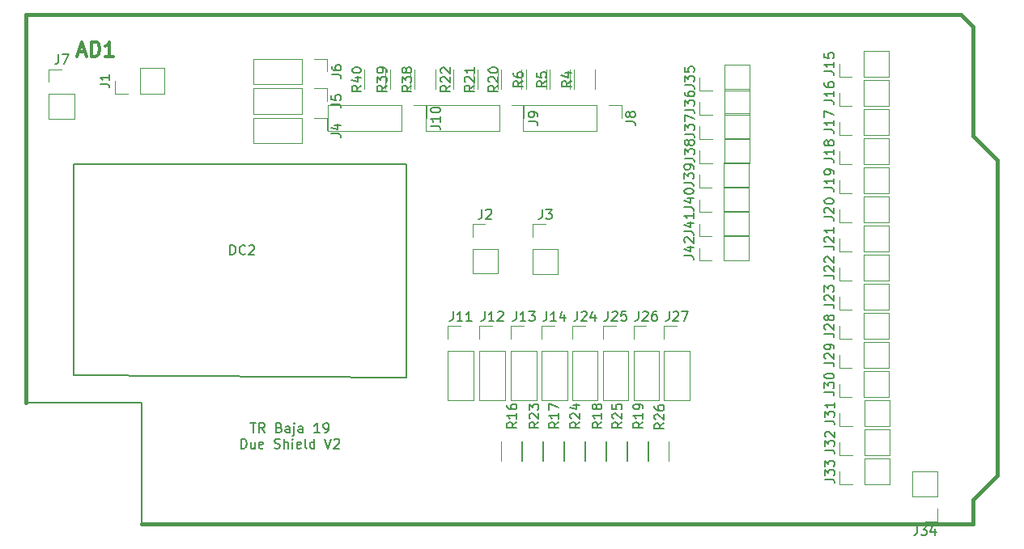
<source format=gbr>
G04 #@! TF.GenerationSoftware,KiCad,Pcbnew,(5.1.0-0)*
G04 #@! TF.CreationDate,2019-04-24T12:09:54-04:00*
G04 #@! TF.ProjectId,TR19-COMP-PD_rev2,54523139-2d43-44f4-9d50-2d50445f7265,rev?*
G04 #@! TF.SameCoordinates,Original*
G04 #@! TF.FileFunction,Legend,Top*
G04 #@! TF.FilePolarity,Positive*
%FSLAX46Y46*%
G04 Gerber Fmt 4.6, Leading zero omitted, Abs format (unit mm)*
G04 Created by KiCad (PCBNEW (5.1.0-0)) date 2019-04-24 12:09:54*
%MOMM*%
%LPD*%
G04 APERTURE LIST*
%ADD10C,0.150000*%
%ADD11C,0.127000*%
%ADD12C,0.381000*%
%ADD13C,0.120000*%
%ADD14C,0.304800*%
G04 APERTURE END LIST*
D10*
X109907142Y-110827380D02*
X110478571Y-110827380D01*
X110192857Y-111827380D02*
X110192857Y-110827380D01*
X111383333Y-111827380D02*
X111050000Y-111351190D01*
X110811904Y-111827380D02*
X110811904Y-110827380D01*
X111192857Y-110827380D01*
X111288095Y-110875000D01*
X111335714Y-110922619D01*
X111383333Y-111017857D01*
X111383333Y-111160714D01*
X111335714Y-111255952D01*
X111288095Y-111303571D01*
X111192857Y-111351190D01*
X110811904Y-111351190D01*
X112907142Y-111303571D02*
X113050000Y-111351190D01*
X113097619Y-111398809D01*
X113145238Y-111494047D01*
X113145238Y-111636904D01*
X113097619Y-111732142D01*
X113050000Y-111779761D01*
X112954761Y-111827380D01*
X112573809Y-111827380D01*
X112573809Y-110827380D01*
X112907142Y-110827380D01*
X113002380Y-110875000D01*
X113050000Y-110922619D01*
X113097619Y-111017857D01*
X113097619Y-111113095D01*
X113050000Y-111208333D01*
X113002380Y-111255952D01*
X112907142Y-111303571D01*
X112573809Y-111303571D01*
X114002380Y-111827380D02*
X114002380Y-111303571D01*
X113954761Y-111208333D01*
X113859523Y-111160714D01*
X113669047Y-111160714D01*
X113573809Y-111208333D01*
X114002380Y-111779761D02*
X113907142Y-111827380D01*
X113669047Y-111827380D01*
X113573809Y-111779761D01*
X113526190Y-111684523D01*
X113526190Y-111589285D01*
X113573809Y-111494047D01*
X113669047Y-111446428D01*
X113907142Y-111446428D01*
X114002380Y-111398809D01*
X114478571Y-111160714D02*
X114478571Y-112017857D01*
X114430952Y-112113095D01*
X114335714Y-112160714D01*
X114288095Y-112160714D01*
X114478571Y-110827380D02*
X114430952Y-110875000D01*
X114478571Y-110922619D01*
X114526190Y-110875000D01*
X114478571Y-110827380D01*
X114478571Y-110922619D01*
X115383333Y-111827380D02*
X115383333Y-111303571D01*
X115335714Y-111208333D01*
X115240476Y-111160714D01*
X115050000Y-111160714D01*
X114954761Y-111208333D01*
X115383333Y-111779761D02*
X115288095Y-111827380D01*
X115050000Y-111827380D01*
X114954761Y-111779761D01*
X114907142Y-111684523D01*
X114907142Y-111589285D01*
X114954761Y-111494047D01*
X115050000Y-111446428D01*
X115288095Y-111446428D01*
X115383333Y-111398809D01*
X117145238Y-111827380D02*
X116573809Y-111827380D01*
X116859523Y-111827380D02*
X116859523Y-110827380D01*
X116764285Y-110970238D01*
X116669047Y-111065476D01*
X116573809Y-111113095D01*
X117621428Y-111827380D02*
X117811904Y-111827380D01*
X117907142Y-111779761D01*
X117954761Y-111732142D01*
X118050000Y-111589285D01*
X118097619Y-111398809D01*
X118097619Y-111017857D01*
X118050000Y-110922619D01*
X118002380Y-110875000D01*
X117907142Y-110827380D01*
X117716666Y-110827380D01*
X117621428Y-110875000D01*
X117573809Y-110922619D01*
X117526190Y-111017857D01*
X117526190Y-111255952D01*
X117573809Y-111351190D01*
X117621428Y-111398809D01*
X117716666Y-111446428D01*
X117907142Y-111446428D01*
X118002380Y-111398809D01*
X118050000Y-111351190D01*
X118097619Y-111255952D01*
X108930952Y-113477380D02*
X108930952Y-112477380D01*
X109169047Y-112477380D01*
X109311904Y-112525000D01*
X109407142Y-112620238D01*
X109454761Y-112715476D01*
X109502380Y-112905952D01*
X109502380Y-113048809D01*
X109454761Y-113239285D01*
X109407142Y-113334523D01*
X109311904Y-113429761D01*
X109169047Y-113477380D01*
X108930952Y-113477380D01*
X110359523Y-112810714D02*
X110359523Y-113477380D01*
X109930952Y-112810714D02*
X109930952Y-113334523D01*
X109978571Y-113429761D01*
X110073809Y-113477380D01*
X110216666Y-113477380D01*
X110311904Y-113429761D01*
X110359523Y-113382142D01*
X111216666Y-113429761D02*
X111121428Y-113477380D01*
X110930952Y-113477380D01*
X110835714Y-113429761D01*
X110788095Y-113334523D01*
X110788095Y-112953571D01*
X110835714Y-112858333D01*
X110930952Y-112810714D01*
X111121428Y-112810714D01*
X111216666Y-112858333D01*
X111264285Y-112953571D01*
X111264285Y-113048809D01*
X110788095Y-113144047D01*
X112407142Y-113429761D02*
X112550000Y-113477380D01*
X112788095Y-113477380D01*
X112883333Y-113429761D01*
X112930952Y-113382142D01*
X112978571Y-113286904D01*
X112978571Y-113191666D01*
X112930952Y-113096428D01*
X112883333Y-113048809D01*
X112788095Y-113001190D01*
X112597619Y-112953571D01*
X112502380Y-112905952D01*
X112454761Y-112858333D01*
X112407142Y-112763095D01*
X112407142Y-112667857D01*
X112454761Y-112572619D01*
X112502380Y-112525000D01*
X112597619Y-112477380D01*
X112835714Y-112477380D01*
X112978571Y-112525000D01*
X113407142Y-113477380D02*
X113407142Y-112477380D01*
X113835714Y-113477380D02*
X113835714Y-112953571D01*
X113788095Y-112858333D01*
X113692857Y-112810714D01*
X113550000Y-112810714D01*
X113454761Y-112858333D01*
X113407142Y-112905952D01*
X114311904Y-113477380D02*
X114311904Y-112810714D01*
X114311904Y-112477380D02*
X114264285Y-112525000D01*
X114311904Y-112572619D01*
X114359523Y-112525000D01*
X114311904Y-112477380D01*
X114311904Y-112572619D01*
X115169047Y-113429761D02*
X115073809Y-113477380D01*
X114883333Y-113477380D01*
X114788095Y-113429761D01*
X114740476Y-113334523D01*
X114740476Y-112953571D01*
X114788095Y-112858333D01*
X114883333Y-112810714D01*
X115073809Y-112810714D01*
X115169047Y-112858333D01*
X115216666Y-112953571D01*
X115216666Y-113048809D01*
X114740476Y-113144047D01*
X115788095Y-113477380D02*
X115692857Y-113429761D01*
X115645238Y-113334523D01*
X115645238Y-112477380D01*
X116597619Y-113477380D02*
X116597619Y-112477380D01*
X116597619Y-113429761D02*
X116502380Y-113477380D01*
X116311904Y-113477380D01*
X116216666Y-113429761D01*
X116169047Y-113382142D01*
X116121428Y-113286904D01*
X116121428Y-113001190D01*
X116169047Y-112905952D01*
X116216666Y-112858333D01*
X116311904Y-112810714D01*
X116502380Y-112810714D01*
X116597619Y-112858333D01*
X117692857Y-112477380D02*
X118026190Y-113477380D01*
X118359523Y-112477380D01*
X118645238Y-112572619D02*
X118692857Y-112525000D01*
X118788095Y-112477380D01*
X119026190Y-112477380D01*
X119121428Y-112525000D01*
X119169047Y-112572619D01*
X119216666Y-112667857D01*
X119216666Y-112763095D01*
X119169047Y-112905952D01*
X118597619Y-113477380D01*
X119216666Y-113477380D01*
X91400000Y-105792000D02*
X91400000Y-83694000D01*
X126202000Y-83750000D02*
X91404000Y-83750000D01*
X126200000Y-83748000D02*
X126200000Y-106100000D01*
X91404000Y-105802000D02*
X126200000Y-106050000D01*
D11*
X98515000Y-108732001D02*
X98515000Y-121432001D01*
X86450000Y-108732001D02*
X98515000Y-108732001D01*
D12*
X185510000Y-121432001D02*
X98515000Y-121432001D01*
X185510000Y-118892001D02*
X185510000Y-121432001D01*
X185510000Y-118892001D02*
X188050000Y-116352001D01*
X188050000Y-83332001D02*
X188050000Y-116352001D01*
X185510000Y-80792001D02*
X188050000Y-83332001D01*
X185510000Y-80792001D02*
X185510000Y-69362001D01*
X185510000Y-69362001D02*
X184240000Y-68092001D01*
X184240000Y-68092001D02*
X86450000Y-68092001D01*
X86450000Y-108732001D02*
X86450000Y-68092001D01*
D13*
X95720000Y-76330000D02*
X95720000Y-75000000D01*
X97050000Y-76330000D02*
X95720000Y-76330000D01*
X98320000Y-76330000D02*
X98320000Y-73670000D01*
X98320000Y-73670000D02*
X100920000Y-73670000D01*
X98320000Y-76330000D02*
X100920000Y-76330000D01*
X100920000Y-76330000D02*
X100920000Y-73670000D01*
X133120000Y-89980000D02*
X134450000Y-89980000D01*
X133120000Y-91310000D02*
X133120000Y-89980000D01*
X133120000Y-92580000D02*
X135780000Y-92580000D01*
X135780000Y-92580000D02*
X135780000Y-95180000D01*
X133120000Y-92580000D02*
X133120000Y-95180000D01*
X133120000Y-95180000D02*
X135780000Y-95180000D01*
X139420000Y-90020000D02*
X140750000Y-90020000D01*
X139420000Y-91350000D02*
X139420000Y-90020000D01*
X139420000Y-92620000D02*
X142080000Y-92620000D01*
X142080000Y-92620000D02*
X142080000Y-95220000D01*
X139420000Y-92620000D02*
X139420000Y-95220000D01*
X139420000Y-95220000D02*
X142080000Y-95220000D01*
X117910000Y-78870000D02*
X117910000Y-80200000D01*
X116580000Y-78870000D02*
X117910000Y-78870000D01*
X115310000Y-78870000D02*
X115310000Y-81530000D01*
X115310000Y-81530000D02*
X110170000Y-81530000D01*
X115310000Y-78870000D02*
X110170000Y-78870000D01*
X110170000Y-78870000D02*
X110170000Y-81530000D01*
X110170000Y-75770000D02*
X110170000Y-78430000D01*
X115310000Y-75770000D02*
X110170000Y-75770000D01*
X115310000Y-78430000D02*
X110170000Y-78430000D01*
X115310000Y-75770000D02*
X115310000Y-78430000D01*
X116580000Y-75770000D02*
X117910000Y-75770000D01*
X117910000Y-75770000D02*
X117910000Y-77100000D01*
X117930000Y-72670000D02*
X117930000Y-74000000D01*
X116600000Y-72670000D02*
X117930000Y-72670000D01*
X115330000Y-72670000D02*
X115330000Y-75330000D01*
X115330000Y-75330000D02*
X110190000Y-75330000D01*
X115330000Y-72670000D02*
X110190000Y-72670000D01*
X110190000Y-72670000D02*
X110190000Y-75330000D01*
X88820000Y-73770000D02*
X90150000Y-73770000D01*
X88820000Y-75100000D02*
X88820000Y-73770000D01*
X88820000Y-76370000D02*
X91480000Y-76370000D01*
X91480000Y-76370000D02*
X91480000Y-78970000D01*
X88820000Y-76370000D02*
X88820000Y-78970000D01*
X88820000Y-78970000D02*
X91480000Y-78970000D01*
X148700000Y-77570000D02*
X148700000Y-78900000D01*
X147370000Y-77570000D02*
X148700000Y-77570000D01*
X146100000Y-77570000D02*
X146100000Y-80230000D01*
X146100000Y-80230000D02*
X138420000Y-80230000D01*
X146100000Y-77570000D02*
X138420000Y-77570000D01*
X138420000Y-77570000D02*
X138420000Y-80230000D01*
X128230000Y-77570000D02*
X128230000Y-80230000D01*
X135910000Y-77570000D02*
X128230000Y-77570000D01*
X135910000Y-80230000D02*
X128230000Y-80230000D01*
X135910000Y-77570000D02*
X135910000Y-80230000D01*
X137180000Y-77570000D02*
X138510000Y-77570000D01*
X138510000Y-77570000D02*
X138510000Y-78900000D01*
X128310000Y-77570000D02*
X128310000Y-78900000D01*
X126980000Y-77570000D02*
X128310000Y-77570000D01*
X125710000Y-77570000D02*
X125710000Y-80230000D01*
X125710000Y-80230000D02*
X118030000Y-80230000D01*
X125710000Y-77570000D02*
X118030000Y-77570000D01*
X118030000Y-77570000D02*
X118030000Y-80230000D01*
X130570000Y-100690000D02*
X131900000Y-100690000D01*
X130570000Y-102020000D02*
X130570000Y-100690000D01*
X130570000Y-103290000D02*
X133230000Y-103290000D01*
X133230000Y-103290000D02*
X133230000Y-108430000D01*
X130570000Y-103290000D02*
X130570000Y-108430000D01*
X130570000Y-108430000D02*
X133230000Y-108430000D01*
X133870000Y-108430000D02*
X136530000Y-108430000D01*
X133870000Y-103290000D02*
X133870000Y-108430000D01*
X136530000Y-103290000D02*
X136530000Y-108430000D01*
X133870000Y-103290000D02*
X136530000Y-103290000D01*
X133870000Y-102020000D02*
X133870000Y-100690000D01*
X133870000Y-100690000D02*
X135200000Y-100690000D01*
X137170000Y-100690000D02*
X138500000Y-100690000D01*
X137170000Y-102020000D02*
X137170000Y-100690000D01*
X137170000Y-103290000D02*
X139830000Y-103290000D01*
X139830000Y-103290000D02*
X139830000Y-108430000D01*
X137170000Y-103290000D02*
X137170000Y-108430000D01*
X137170000Y-108430000D02*
X139830000Y-108430000D01*
X140370000Y-108430000D02*
X143030000Y-108430000D01*
X140370000Y-103290000D02*
X140370000Y-108430000D01*
X143030000Y-103290000D02*
X143030000Y-108430000D01*
X140370000Y-103290000D02*
X143030000Y-103290000D01*
X140370000Y-102020000D02*
X140370000Y-100690000D01*
X140370000Y-100690000D02*
X141700000Y-100690000D01*
X171470000Y-74530000D02*
X171470000Y-73200000D01*
X172800000Y-74530000D02*
X171470000Y-74530000D01*
X174070000Y-74530000D02*
X174070000Y-71870000D01*
X174070000Y-71870000D02*
X176670000Y-71870000D01*
X174070000Y-74530000D02*
X176670000Y-74530000D01*
X176670000Y-74530000D02*
X176670000Y-71870000D01*
X171470000Y-77580000D02*
X171470000Y-76250000D01*
X172800000Y-77580000D02*
X171470000Y-77580000D01*
X174070000Y-77580000D02*
X174070000Y-74920000D01*
X174070000Y-74920000D02*
X176670000Y-74920000D01*
X174070000Y-77580000D02*
X176670000Y-77580000D01*
X176670000Y-77580000D02*
X176670000Y-74920000D01*
X171470000Y-80630000D02*
X171470000Y-79300000D01*
X172800000Y-80630000D02*
X171470000Y-80630000D01*
X174070000Y-80630000D02*
X174070000Y-77970000D01*
X174070000Y-77970000D02*
X176670000Y-77970000D01*
X174070000Y-80630000D02*
X176670000Y-80630000D01*
X176670000Y-80630000D02*
X176670000Y-77970000D01*
X176670000Y-83680000D02*
X176670000Y-81020000D01*
X174070000Y-83680000D02*
X176670000Y-83680000D01*
X174070000Y-81020000D02*
X176670000Y-81020000D01*
X174070000Y-83680000D02*
X174070000Y-81020000D01*
X172800000Y-83680000D02*
X171470000Y-83680000D01*
X171470000Y-83680000D02*
X171470000Y-82350000D01*
X176670000Y-86730000D02*
X176670000Y-84070000D01*
X174070000Y-86730000D02*
X176670000Y-86730000D01*
X174070000Y-84070000D02*
X176670000Y-84070000D01*
X174070000Y-86730000D02*
X174070000Y-84070000D01*
X172800000Y-86730000D02*
X171470000Y-86730000D01*
X171470000Y-86730000D02*
X171470000Y-85400000D01*
X171470000Y-89780000D02*
X171470000Y-88450000D01*
X172800000Y-89780000D02*
X171470000Y-89780000D01*
X174070000Y-89780000D02*
X174070000Y-87120000D01*
X174070000Y-87120000D02*
X176670000Y-87120000D01*
X174070000Y-89780000D02*
X176670000Y-89780000D01*
X176670000Y-89780000D02*
X176670000Y-87120000D01*
X171480000Y-92830000D02*
X171480000Y-91500000D01*
X172810000Y-92830000D02*
X171480000Y-92830000D01*
X174080000Y-92830000D02*
X174080000Y-90170000D01*
X174080000Y-90170000D02*
X176680000Y-90170000D01*
X174080000Y-92830000D02*
X176680000Y-92830000D01*
X176680000Y-92830000D02*
X176680000Y-90170000D01*
X171480000Y-95880000D02*
X171480000Y-94550000D01*
X172810000Y-95880000D02*
X171480000Y-95880000D01*
X174080000Y-95880000D02*
X174080000Y-93220000D01*
X174080000Y-93220000D02*
X176680000Y-93220000D01*
X174080000Y-95880000D02*
X176680000Y-95880000D01*
X176680000Y-95880000D02*
X176680000Y-93220000D01*
X171480000Y-98930000D02*
X171480000Y-97600000D01*
X172810000Y-98930000D02*
X171480000Y-98930000D01*
X174080000Y-98930000D02*
X174080000Y-96270000D01*
X174080000Y-96270000D02*
X176680000Y-96270000D01*
X174080000Y-98930000D02*
X176680000Y-98930000D01*
X176680000Y-98930000D02*
X176680000Y-96270000D01*
X143570000Y-100690000D02*
X144900000Y-100690000D01*
X143570000Y-102020000D02*
X143570000Y-100690000D01*
X143570000Y-103290000D02*
X146230000Y-103290000D01*
X146230000Y-103290000D02*
X146230000Y-108430000D01*
X143570000Y-103290000D02*
X143570000Y-108430000D01*
X143570000Y-108430000D02*
X146230000Y-108430000D01*
X146770000Y-108410000D02*
X149430000Y-108410000D01*
X146770000Y-103270000D02*
X146770000Y-108410000D01*
X149430000Y-103270000D02*
X149430000Y-108410000D01*
X146770000Y-103270000D02*
X149430000Y-103270000D01*
X146770000Y-102000000D02*
X146770000Y-100670000D01*
X146770000Y-100670000D02*
X148100000Y-100670000D01*
X149970000Y-100670000D02*
X151300000Y-100670000D01*
X149970000Y-102000000D02*
X149970000Y-100670000D01*
X149970000Y-103270000D02*
X152630000Y-103270000D01*
X152630000Y-103270000D02*
X152630000Y-108410000D01*
X149970000Y-103270000D02*
X149970000Y-108410000D01*
X149970000Y-108410000D02*
X152630000Y-108410000D01*
X153170000Y-108430000D02*
X155830000Y-108430000D01*
X153170000Y-103290000D02*
X153170000Y-108430000D01*
X155830000Y-103290000D02*
X155830000Y-108430000D01*
X153170000Y-103290000D02*
X155830000Y-103290000D01*
X153170000Y-102020000D02*
X153170000Y-100690000D01*
X153170000Y-100690000D02*
X154500000Y-100690000D01*
X171480000Y-101980000D02*
X171480000Y-100650000D01*
X172810000Y-101980000D02*
X171480000Y-101980000D01*
X174080000Y-101980000D02*
X174080000Y-99320000D01*
X174080000Y-99320000D02*
X176680000Y-99320000D01*
X174080000Y-101980000D02*
X176680000Y-101980000D01*
X176680000Y-101980000D02*
X176680000Y-99320000D01*
X176680000Y-105030000D02*
X176680000Y-102370000D01*
X174080000Y-105030000D02*
X176680000Y-105030000D01*
X174080000Y-102370000D02*
X176680000Y-102370000D01*
X174080000Y-105030000D02*
X174080000Y-102370000D01*
X172810000Y-105030000D02*
X171480000Y-105030000D01*
X171480000Y-105030000D02*
X171480000Y-103700000D01*
X176680000Y-108080000D02*
X176680000Y-105420000D01*
X174080000Y-108080000D02*
X176680000Y-108080000D01*
X174080000Y-105420000D02*
X176680000Y-105420000D01*
X174080000Y-108080000D02*
X174080000Y-105420000D01*
X172810000Y-108080000D02*
X171480000Y-108080000D01*
X171480000Y-108080000D02*
X171480000Y-106750000D01*
X176720000Y-111130000D02*
X176720000Y-108470000D01*
X174120000Y-111130000D02*
X176720000Y-111130000D01*
X174120000Y-108470000D02*
X176720000Y-108470000D01*
X174120000Y-111130000D02*
X174120000Y-108470000D01*
X172850000Y-111130000D02*
X171520000Y-111130000D01*
X171520000Y-111130000D02*
X171520000Y-109800000D01*
X176730000Y-114180000D02*
X176730000Y-111520000D01*
X174130000Y-114180000D02*
X176730000Y-114180000D01*
X174130000Y-111520000D02*
X176730000Y-111520000D01*
X174130000Y-114180000D02*
X174130000Y-111520000D01*
X172860000Y-114180000D02*
X171530000Y-114180000D01*
X171530000Y-114180000D02*
X171530000Y-112850000D01*
X176720000Y-117230000D02*
X176720000Y-114570000D01*
X174120000Y-117230000D02*
X176720000Y-117230000D01*
X174120000Y-114570000D02*
X176720000Y-114570000D01*
X174120000Y-117230000D02*
X174120000Y-114570000D01*
X172850000Y-117230000D02*
X171520000Y-117230000D01*
X171520000Y-117230000D02*
X171520000Y-115900000D01*
X181780000Y-121120000D02*
X180450000Y-121120000D01*
X181780000Y-119790000D02*
X181780000Y-121120000D01*
X181780000Y-118520000D02*
X179120000Y-118520000D01*
X179120000Y-118520000D02*
X179120000Y-115920000D01*
X181780000Y-118520000D02*
X181780000Y-115920000D01*
X181780000Y-115920000D02*
X179120000Y-115920000D01*
X156870000Y-75980000D02*
X156870000Y-74650000D01*
X158200000Y-75980000D02*
X156870000Y-75980000D01*
X159470000Y-75980000D02*
X159470000Y-73320000D01*
X159470000Y-73320000D02*
X162070000Y-73320000D01*
X159470000Y-75980000D02*
X162070000Y-75980000D01*
X162070000Y-75980000D02*
X162070000Y-73320000D01*
X156870000Y-78530000D02*
X156870000Y-77200000D01*
X158200000Y-78530000D02*
X156870000Y-78530000D01*
X159470000Y-78530000D02*
X159470000Y-75870000D01*
X159470000Y-75870000D02*
X162070000Y-75870000D01*
X159470000Y-78530000D02*
X162070000Y-78530000D01*
X162070000Y-78530000D02*
X162070000Y-75870000D01*
X156870000Y-81080000D02*
X156870000Y-79750000D01*
X158200000Y-81080000D02*
X156870000Y-81080000D01*
X159470000Y-81080000D02*
X159470000Y-78420000D01*
X159470000Y-78420000D02*
X162070000Y-78420000D01*
X159470000Y-81080000D02*
X162070000Y-81080000D01*
X162070000Y-81080000D02*
X162070000Y-78420000D01*
X156870000Y-83630000D02*
X156870000Y-82300000D01*
X158200000Y-83630000D02*
X156870000Y-83630000D01*
X159470000Y-83630000D02*
X159470000Y-80970000D01*
X159470000Y-80970000D02*
X162070000Y-80970000D01*
X159470000Y-83630000D02*
X162070000Y-83630000D01*
X162070000Y-83630000D02*
X162070000Y-80970000D01*
X162020000Y-86180000D02*
X162020000Y-83520000D01*
X159420000Y-86180000D02*
X162020000Y-86180000D01*
X159420000Y-83520000D02*
X162020000Y-83520000D01*
X159420000Y-86180000D02*
X159420000Y-83520000D01*
X158150000Y-86180000D02*
X156820000Y-86180000D01*
X156820000Y-86180000D02*
X156820000Y-84850000D01*
X162020000Y-88730000D02*
X162020000Y-86070000D01*
X159420000Y-88730000D02*
X162020000Y-88730000D01*
X159420000Y-86070000D02*
X162020000Y-86070000D01*
X159420000Y-88730000D02*
X159420000Y-86070000D01*
X158150000Y-88730000D02*
X156820000Y-88730000D01*
X156820000Y-88730000D02*
X156820000Y-87400000D01*
X162020000Y-91280000D02*
X162020000Y-88620000D01*
X159420000Y-91280000D02*
X162020000Y-91280000D01*
X159420000Y-88620000D02*
X162020000Y-88620000D01*
X159420000Y-91280000D02*
X159420000Y-88620000D01*
X158150000Y-91280000D02*
X156820000Y-91280000D01*
X156820000Y-91280000D02*
X156820000Y-89950000D01*
X162020000Y-93830000D02*
X162020000Y-91170000D01*
X159420000Y-93830000D02*
X162020000Y-93830000D01*
X159420000Y-91170000D02*
X162020000Y-91170000D01*
X159420000Y-93830000D02*
X159420000Y-91170000D01*
X158150000Y-93830000D02*
X156820000Y-93830000D01*
X156820000Y-93830000D02*
X156820000Y-92500000D01*
X145920000Y-73850000D02*
X145920000Y-75850000D01*
X143780000Y-75850000D02*
X143780000Y-73850000D01*
X141180000Y-75850000D02*
X141180000Y-73850000D01*
X143320000Y-73850000D02*
X143320000Y-75850000D01*
X140870000Y-73850000D02*
X140870000Y-75850000D01*
X138730000Y-75850000D02*
X138730000Y-73850000D01*
X136130000Y-114750000D02*
X136130000Y-112750000D01*
X138270000Y-112750000D02*
X138270000Y-114750000D01*
X140530000Y-114750000D02*
X140530000Y-112750000D01*
X142670000Y-112750000D02*
X142670000Y-114750000D01*
X144930000Y-114750000D02*
X144930000Y-112750000D01*
X147070000Y-112750000D02*
X147070000Y-114750000D01*
X149330000Y-114750000D02*
X149330000Y-112750000D01*
X151470000Y-112750000D02*
X151470000Y-114750000D01*
X138270000Y-73850000D02*
X138270000Y-75850000D01*
X136130000Y-75850000D02*
X136130000Y-73850000D01*
X133630000Y-75850000D02*
X133630000Y-73850000D01*
X135770000Y-73850000D02*
X135770000Y-75850000D01*
X133270000Y-73850000D02*
X133270000Y-75850000D01*
X131130000Y-75850000D02*
X131130000Y-73850000D01*
X138330000Y-114750000D02*
X138330000Y-112750000D01*
X140470000Y-112750000D02*
X140470000Y-114750000D01*
X142730000Y-114750000D02*
X142730000Y-112750000D01*
X144870000Y-112750000D02*
X144870000Y-114750000D01*
X147130000Y-114750000D02*
X147130000Y-112750000D01*
X149270000Y-112750000D02*
X149270000Y-114750000D01*
X151530000Y-114750000D02*
X151530000Y-112750000D01*
X153670000Y-112750000D02*
X153670000Y-114750000D01*
X129220000Y-73850000D02*
X129220000Y-75850000D01*
X127080000Y-75850000D02*
X127080000Y-73850000D01*
X124480000Y-75850000D02*
X124480000Y-73850000D01*
X126620000Y-73850000D02*
X126620000Y-75850000D01*
X123970000Y-73850000D02*
X123970000Y-75850000D01*
X121830000Y-75850000D02*
X121830000Y-73850000D01*
D10*
X107795904Y-93192380D02*
X107795904Y-92192380D01*
X108034000Y-92192380D01*
X108176857Y-92240000D01*
X108272095Y-92335238D01*
X108319714Y-92430476D01*
X108367333Y-92620952D01*
X108367333Y-92763809D01*
X108319714Y-92954285D01*
X108272095Y-93049523D01*
X108176857Y-93144761D01*
X108034000Y-93192380D01*
X107795904Y-93192380D01*
X109367333Y-93097142D02*
X109319714Y-93144761D01*
X109176857Y-93192380D01*
X109081619Y-93192380D01*
X108938761Y-93144761D01*
X108843523Y-93049523D01*
X108795904Y-92954285D01*
X108748285Y-92763809D01*
X108748285Y-92620952D01*
X108795904Y-92430476D01*
X108843523Y-92335238D01*
X108938761Y-92240000D01*
X109081619Y-92192380D01*
X109176857Y-92192380D01*
X109319714Y-92240000D01*
X109367333Y-92287619D01*
X109748285Y-92287619D02*
X109795904Y-92240000D01*
X109891142Y-92192380D01*
X110129238Y-92192380D01*
X110224476Y-92240000D01*
X110272095Y-92287619D01*
X110319714Y-92382857D01*
X110319714Y-92478095D01*
X110272095Y-92620952D01*
X109700666Y-93192380D01*
X110319714Y-93192380D01*
D14*
X91899428Y-71986001D02*
X92625142Y-71986001D01*
X91754285Y-72421429D02*
X92262285Y-70897429D01*
X92770285Y-72421429D01*
X93278285Y-72421429D02*
X93278285Y-70897429D01*
X93641142Y-70897429D01*
X93858857Y-70970001D01*
X94004000Y-71115143D01*
X94076571Y-71260286D01*
X94149142Y-71550572D01*
X94149142Y-71768286D01*
X94076571Y-72058572D01*
X94004000Y-72203715D01*
X93858857Y-72348858D01*
X93641142Y-72421429D01*
X93278285Y-72421429D01*
X95600571Y-72421429D02*
X94729714Y-72421429D01*
X95165142Y-72421429D02*
X95165142Y-70897429D01*
X95020000Y-71115143D01*
X94874857Y-71260286D01*
X94729714Y-71332858D01*
D10*
X94172380Y-75333333D02*
X94886666Y-75333333D01*
X95029523Y-75380952D01*
X95124761Y-75476190D01*
X95172380Y-75619047D01*
X95172380Y-75714285D01*
X95172380Y-74333333D02*
X95172380Y-74904761D01*
X95172380Y-74619047D02*
X94172380Y-74619047D01*
X94315238Y-74714285D01*
X94410476Y-74809523D01*
X94458095Y-74904761D01*
X134116666Y-88432380D02*
X134116666Y-89146666D01*
X134069047Y-89289523D01*
X133973809Y-89384761D01*
X133830952Y-89432380D01*
X133735714Y-89432380D01*
X134545238Y-88527619D02*
X134592857Y-88480000D01*
X134688095Y-88432380D01*
X134926190Y-88432380D01*
X135021428Y-88480000D01*
X135069047Y-88527619D01*
X135116666Y-88622857D01*
X135116666Y-88718095D01*
X135069047Y-88860952D01*
X134497619Y-89432380D01*
X135116666Y-89432380D01*
X140416666Y-88472380D02*
X140416666Y-89186666D01*
X140369047Y-89329523D01*
X140273809Y-89424761D01*
X140130952Y-89472380D01*
X140035714Y-89472380D01*
X140797619Y-88472380D02*
X141416666Y-88472380D01*
X141083333Y-88853333D01*
X141226190Y-88853333D01*
X141321428Y-88900952D01*
X141369047Y-88948571D01*
X141416666Y-89043809D01*
X141416666Y-89281904D01*
X141369047Y-89377142D01*
X141321428Y-89424761D01*
X141226190Y-89472380D01*
X140940476Y-89472380D01*
X140845238Y-89424761D01*
X140797619Y-89377142D01*
X118362380Y-80533333D02*
X119076666Y-80533333D01*
X119219523Y-80580952D01*
X119314761Y-80676190D01*
X119362380Y-80819047D01*
X119362380Y-80914285D01*
X118695714Y-79628571D02*
X119362380Y-79628571D01*
X118314761Y-79866666D02*
X119029047Y-80104761D01*
X119029047Y-79485714D01*
X118362380Y-77433333D02*
X119076666Y-77433333D01*
X119219523Y-77480952D01*
X119314761Y-77576190D01*
X119362380Y-77719047D01*
X119362380Y-77814285D01*
X118362380Y-76480952D02*
X118362380Y-76957142D01*
X118838571Y-77004761D01*
X118790952Y-76957142D01*
X118743333Y-76861904D01*
X118743333Y-76623809D01*
X118790952Y-76528571D01*
X118838571Y-76480952D01*
X118933809Y-76433333D01*
X119171904Y-76433333D01*
X119267142Y-76480952D01*
X119314761Y-76528571D01*
X119362380Y-76623809D01*
X119362380Y-76861904D01*
X119314761Y-76957142D01*
X119267142Y-77004761D01*
X118382380Y-74333333D02*
X119096666Y-74333333D01*
X119239523Y-74380952D01*
X119334761Y-74476190D01*
X119382380Y-74619047D01*
X119382380Y-74714285D01*
X118382380Y-73428571D02*
X118382380Y-73619047D01*
X118430000Y-73714285D01*
X118477619Y-73761904D01*
X118620476Y-73857142D01*
X118810952Y-73904761D01*
X119191904Y-73904761D01*
X119287142Y-73857142D01*
X119334761Y-73809523D01*
X119382380Y-73714285D01*
X119382380Y-73523809D01*
X119334761Y-73428571D01*
X119287142Y-73380952D01*
X119191904Y-73333333D01*
X118953809Y-73333333D01*
X118858571Y-73380952D01*
X118810952Y-73428571D01*
X118763333Y-73523809D01*
X118763333Y-73714285D01*
X118810952Y-73809523D01*
X118858571Y-73857142D01*
X118953809Y-73904761D01*
X89816666Y-72222380D02*
X89816666Y-72936666D01*
X89769047Y-73079523D01*
X89673809Y-73174761D01*
X89530952Y-73222380D01*
X89435714Y-73222380D01*
X90197619Y-72222380D02*
X90864285Y-72222380D01*
X90435714Y-73222380D01*
X149152380Y-79233333D02*
X149866666Y-79233333D01*
X150009523Y-79280952D01*
X150104761Y-79376190D01*
X150152380Y-79519047D01*
X150152380Y-79614285D01*
X149580952Y-78614285D02*
X149533333Y-78709523D01*
X149485714Y-78757142D01*
X149390476Y-78804761D01*
X149342857Y-78804761D01*
X149247619Y-78757142D01*
X149200000Y-78709523D01*
X149152380Y-78614285D01*
X149152380Y-78423809D01*
X149200000Y-78328571D01*
X149247619Y-78280952D01*
X149342857Y-78233333D01*
X149390476Y-78233333D01*
X149485714Y-78280952D01*
X149533333Y-78328571D01*
X149580952Y-78423809D01*
X149580952Y-78614285D01*
X149628571Y-78709523D01*
X149676190Y-78757142D01*
X149771428Y-78804761D01*
X149961904Y-78804761D01*
X150057142Y-78757142D01*
X150104761Y-78709523D01*
X150152380Y-78614285D01*
X150152380Y-78423809D01*
X150104761Y-78328571D01*
X150057142Y-78280952D01*
X149961904Y-78233333D01*
X149771428Y-78233333D01*
X149676190Y-78280952D01*
X149628571Y-78328571D01*
X149580952Y-78423809D01*
X138962380Y-79233333D02*
X139676666Y-79233333D01*
X139819523Y-79280952D01*
X139914761Y-79376190D01*
X139962380Y-79519047D01*
X139962380Y-79614285D01*
X139962380Y-78709523D02*
X139962380Y-78519047D01*
X139914761Y-78423809D01*
X139867142Y-78376190D01*
X139724285Y-78280952D01*
X139533809Y-78233333D01*
X139152857Y-78233333D01*
X139057619Y-78280952D01*
X139010000Y-78328571D01*
X138962380Y-78423809D01*
X138962380Y-78614285D01*
X139010000Y-78709523D01*
X139057619Y-78757142D01*
X139152857Y-78804761D01*
X139390952Y-78804761D01*
X139486190Y-78757142D01*
X139533809Y-78709523D01*
X139581428Y-78614285D01*
X139581428Y-78423809D01*
X139533809Y-78328571D01*
X139486190Y-78280952D01*
X139390952Y-78233333D01*
X128762380Y-79709523D02*
X129476666Y-79709523D01*
X129619523Y-79757142D01*
X129714761Y-79852380D01*
X129762380Y-79995238D01*
X129762380Y-80090476D01*
X129762380Y-78709523D02*
X129762380Y-79280952D01*
X129762380Y-78995238D02*
X128762380Y-78995238D01*
X128905238Y-79090476D01*
X129000476Y-79185714D01*
X129048095Y-79280952D01*
X128762380Y-78090476D02*
X128762380Y-77995238D01*
X128810000Y-77900000D01*
X128857619Y-77852380D01*
X128952857Y-77804761D01*
X129143333Y-77757142D01*
X129381428Y-77757142D01*
X129571904Y-77804761D01*
X129667142Y-77852380D01*
X129714761Y-77900000D01*
X129762380Y-77995238D01*
X129762380Y-78090476D01*
X129714761Y-78185714D01*
X129667142Y-78233333D01*
X129571904Y-78280952D01*
X129381428Y-78328571D01*
X129143333Y-78328571D01*
X128952857Y-78280952D01*
X128857619Y-78233333D01*
X128810000Y-78185714D01*
X128762380Y-78090476D01*
X131090476Y-99142380D02*
X131090476Y-99856666D01*
X131042857Y-99999523D01*
X130947619Y-100094761D01*
X130804761Y-100142380D01*
X130709523Y-100142380D01*
X132090476Y-100142380D02*
X131519047Y-100142380D01*
X131804761Y-100142380D02*
X131804761Y-99142380D01*
X131709523Y-99285238D01*
X131614285Y-99380476D01*
X131519047Y-99428095D01*
X133042857Y-100142380D02*
X132471428Y-100142380D01*
X132757142Y-100142380D02*
X132757142Y-99142380D01*
X132661904Y-99285238D01*
X132566666Y-99380476D01*
X132471428Y-99428095D01*
X134390476Y-99142380D02*
X134390476Y-99856666D01*
X134342857Y-99999523D01*
X134247619Y-100094761D01*
X134104761Y-100142380D01*
X134009523Y-100142380D01*
X135390476Y-100142380D02*
X134819047Y-100142380D01*
X135104761Y-100142380D02*
X135104761Y-99142380D01*
X135009523Y-99285238D01*
X134914285Y-99380476D01*
X134819047Y-99428095D01*
X135771428Y-99237619D02*
X135819047Y-99190000D01*
X135914285Y-99142380D01*
X136152380Y-99142380D01*
X136247619Y-99190000D01*
X136295238Y-99237619D01*
X136342857Y-99332857D01*
X136342857Y-99428095D01*
X136295238Y-99570952D01*
X135723809Y-100142380D01*
X136342857Y-100142380D01*
X137690476Y-99142380D02*
X137690476Y-99856666D01*
X137642857Y-99999523D01*
X137547619Y-100094761D01*
X137404761Y-100142380D01*
X137309523Y-100142380D01*
X138690476Y-100142380D02*
X138119047Y-100142380D01*
X138404761Y-100142380D02*
X138404761Y-99142380D01*
X138309523Y-99285238D01*
X138214285Y-99380476D01*
X138119047Y-99428095D01*
X139023809Y-99142380D02*
X139642857Y-99142380D01*
X139309523Y-99523333D01*
X139452380Y-99523333D01*
X139547619Y-99570952D01*
X139595238Y-99618571D01*
X139642857Y-99713809D01*
X139642857Y-99951904D01*
X139595238Y-100047142D01*
X139547619Y-100094761D01*
X139452380Y-100142380D01*
X139166666Y-100142380D01*
X139071428Y-100094761D01*
X139023809Y-100047142D01*
X140890476Y-99142380D02*
X140890476Y-99856666D01*
X140842857Y-99999523D01*
X140747619Y-100094761D01*
X140604761Y-100142380D01*
X140509523Y-100142380D01*
X141890476Y-100142380D02*
X141319047Y-100142380D01*
X141604761Y-100142380D02*
X141604761Y-99142380D01*
X141509523Y-99285238D01*
X141414285Y-99380476D01*
X141319047Y-99428095D01*
X142747619Y-99475714D02*
X142747619Y-100142380D01*
X142509523Y-99094761D02*
X142271428Y-99809047D01*
X142890476Y-99809047D01*
X169922380Y-74009523D02*
X170636666Y-74009523D01*
X170779523Y-74057142D01*
X170874761Y-74152380D01*
X170922380Y-74295238D01*
X170922380Y-74390476D01*
X170922380Y-73009523D02*
X170922380Y-73580952D01*
X170922380Y-73295238D02*
X169922380Y-73295238D01*
X170065238Y-73390476D01*
X170160476Y-73485714D01*
X170208095Y-73580952D01*
X169922380Y-72104761D02*
X169922380Y-72580952D01*
X170398571Y-72628571D01*
X170350952Y-72580952D01*
X170303333Y-72485714D01*
X170303333Y-72247619D01*
X170350952Y-72152380D01*
X170398571Y-72104761D01*
X170493809Y-72057142D01*
X170731904Y-72057142D01*
X170827142Y-72104761D01*
X170874761Y-72152380D01*
X170922380Y-72247619D01*
X170922380Y-72485714D01*
X170874761Y-72580952D01*
X170827142Y-72628571D01*
X169922380Y-77059523D02*
X170636666Y-77059523D01*
X170779523Y-77107142D01*
X170874761Y-77202380D01*
X170922380Y-77345238D01*
X170922380Y-77440476D01*
X170922380Y-76059523D02*
X170922380Y-76630952D01*
X170922380Y-76345238D02*
X169922380Y-76345238D01*
X170065238Y-76440476D01*
X170160476Y-76535714D01*
X170208095Y-76630952D01*
X169922380Y-75202380D02*
X169922380Y-75392857D01*
X169970000Y-75488095D01*
X170017619Y-75535714D01*
X170160476Y-75630952D01*
X170350952Y-75678571D01*
X170731904Y-75678571D01*
X170827142Y-75630952D01*
X170874761Y-75583333D01*
X170922380Y-75488095D01*
X170922380Y-75297619D01*
X170874761Y-75202380D01*
X170827142Y-75154761D01*
X170731904Y-75107142D01*
X170493809Y-75107142D01*
X170398571Y-75154761D01*
X170350952Y-75202380D01*
X170303333Y-75297619D01*
X170303333Y-75488095D01*
X170350952Y-75583333D01*
X170398571Y-75630952D01*
X170493809Y-75678571D01*
X169922380Y-80109523D02*
X170636666Y-80109523D01*
X170779523Y-80157142D01*
X170874761Y-80252380D01*
X170922380Y-80395238D01*
X170922380Y-80490476D01*
X170922380Y-79109523D02*
X170922380Y-79680952D01*
X170922380Y-79395238D02*
X169922380Y-79395238D01*
X170065238Y-79490476D01*
X170160476Y-79585714D01*
X170208095Y-79680952D01*
X169922380Y-78776190D02*
X169922380Y-78109523D01*
X170922380Y-78538095D01*
X169922380Y-83159523D02*
X170636666Y-83159523D01*
X170779523Y-83207142D01*
X170874761Y-83302380D01*
X170922380Y-83445238D01*
X170922380Y-83540476D01*
X170922380Y-82159523D02*
X170922380Y-82730952D01*
X170922380Y-82445238D02*
X169922380Y-82445238D01*
X170065238Y-82540476D01*
X170160476Y-82635714D01*
X170208095Y-82730952D01*
X170350952Y-81588095D02*
X170303333Y-81683333D01*
X170255714Y-81730952D01*
X170160476Y-81778571D01*
X170112857Y-81778571D01*
X170017619Y-81730952D01*
X169970000Y-81683333D01*
X169922380Y-81588095D01*
X169922380Y-81397619D01*
X169970000Y-81302380D01*
X170017619Y-81254761D01*
X170112857Y-81207142D01*
X170160476Y-81207142D01*
X170255714Y-81254761D01*
X170303333Y-81302380D01*
X170350952Y-81397619D01*
X170350952Y-81588095D01*
X170398571Y-81683333D01*
X170446190Y-81730952D01*
X170541428Y-81778571D01*
X170731904Y-81778571D01*
X170827142Y-81730952D01*
X170874761Y-81683333D01*
X170922380Y-81588095D01*
X170922380Y-81397619D01*
X170874761Y-81302380D01*
X170827142Y-81254761D01*
X170731904Y-81207142D01*
X170541428Y-81207142D01*
X170446190Y-81254761D01*
X170398571Y-81302380D01*
X170350952Y-81397619D01*
X169922380Y-86209523D02*
X170636666Y-86209523D01*
X170779523Y-86257142D01*
X170874761Y-86352380D01*
X170922380Y-86495238D01*
X170922380Y-86590476D01*
X170922380Y-85209523D02*
X170922380Y-85780952D01*
X170922380Y-85495238D02*
X169922380Y-85495238D01*
X170065238Y-85590476D01*
X170160476Y-85685714D01*
X170208095Y-85780952D01*
X170922380Y-84733333D02*
X170922380Y-84542857D01*
X170874761Y-84447619D01*
X170827142Y-84400000D01*
X170684285Y-84304761D01*
X170493809Y-84257142D01*
X170112857Y-84257142D01*
X170017619Y-84304761D01*
X169970000Y-84352380D01*
X169922380Y-84447619D01*
X169922380Y-84638095D01*
X169970000Y-84733333D01*
X170017619Y-84780952D01*
X170112857Y-84828571D01*
X170350952Y-84828571D01*
X170446190Y-84780952D01*
X170493809Y-84733333D01*
X170541428Y-84638095D01*
X170541428Y-84447619D01*
X170493809Y-84352380D01*
X170446190Y-84304761D01*
X170350952Y-84257142D01*
X169922380Y-89259523D02*
X170636666Y-89259523D01*
X170779523Y-89307142D01*
X170874761Y-89402380D01*
X170922380Y-89545238D01*
X170922380Y-89640476D01*
X170017619Y-88830952D02*
X169970000Y-88783333D01*
X169922380Y-88688095D01*
X169922380Y-88450000D01*
X169970000Y-88354761D01*
X170017619Y-88307142D01*
X170112857Y-88259523D01*
X170208095Y-88259523D01*
X170350952Y-88307142D01*
X170922380Y-88878571D01*
X170922380Y-88259523D01*
X169922380Y-87640476D02*
X169922380Y-87545238D01*
X169970000Y-87450000D01*
X170017619Y-87402380D01*
X170112857Y-87354761D01*
X170303333Y-87307142D01*
X170541428Y-87307142D01*
X170731904Y-87354761D01*
X170827142Y-87402380D01*
X170874761Y-87450000D01*
X170922380Y-87545238D01*
X170922380Y-87640476D01*
X170874761Y-87735714D01*
X170827142Y-87783333D01*
X170731904Y-87830952D01*
X170541428Y-87878571D01*
X170303333Y-87878571D01*
X170112857Y-87830952D01*
X170017619Y-87783333D01*
X169970000Y-87735714D01*
X169922380Y-87640476D01*
X169932380Y-92309523D02*
X170646666Y-92309523D01*
X170789523Y-92357142D01*
X170884761Y-92452380D01*
X170932380Y-92595238D01*
X170932380Y-92690476D01*
X170027619Y-91880952D02*
X169980000Y-91833333D01*
X169932380Y-91738095D01*
X169932380Y-91500000D01*
X169980000Y-91404761D01*
X170027619Y-91357142D01*
X170122857Y-91309523D01*
X170218095Y-91309523D01*
X170360952Y-91357142D01*
X170932380Y-91928571D01*
X170932380Y-91309523D01*
X170932380Y-90357142D02*
X170932380Y-90928571D01*
X170932380Y-90642857D02*
X169932380Y-90642857D01*
X170075238Y-90738095D01*
X170170476Y-90833333D01*
X170218095Y-90928571D01*
X169932380Y-95359523D02*
X170646666Y-95359523D01*
X170789523Y-95407142D01*
X170884761Y-95502380D01*
X170932380Y-95645238D01*
X170932380Y-95740476D01*
X170027619Y-94930952D02*
X169980000Y-94883333D01*
X169932380Y-94788095D01*
X169932380Y-94550000D01*
X169980000Y-94454761D01*
X170027619Y-94407142D01*
X170122857Y-94359523D01*
X170218095Y-94359523D01*
X170360952Y-94407142D01*
X170932380Y-94978571D01*
X170932380Y-94359523D01*
X170027619Y-93978571D02*
X169980000Y-93930952D01*
X169932380Y-93835714D01*
X169932380Y-93597619D01*
X169980000Y-93502380D01*
X170027619Y-93454761D01*
X170122857Y-93407142D01*
X170218095Y-93407142D01*
X170360952Y-93454761D01*
X170932380Y-94026190D01*
X170932380Y-93407142D01*
X169932380Y-98409523D02*
X170646666Y-98409523D01*
X170789523Y-98457142D01*
X170884761Y-98552380D01*
X170932380Y-98695238D01*
X170932380Y-98790476D01*
X170027619Y-97980952D02*
X169980000Y-97933333D01*
X169932380Y-97838095D01*
X169932380Y-97600000D01*
X169980000Y-97504761D01*
X170027619Y-97457142D01*
X170122857Y-97409523D01*
X170218095Y-97409523D01*
X170360952Y-97457142D01*
X170932380Y-98028571D01*
X170932380Y-97409523D01*
X169932380Y-97076190D02*
X169932380Y-96457142D01*
X170313333Y-96790476D01*
X170313333Y-96647619D01*
X170360952Y-96552380D01*
X170408571Y-96504761D01*
X170503809Y-96457142D01*
X170741904Y-96457142D01*
X170837142Y-96504761D01*
X170884761Y-96552380D01*
X170932380Y-96647619D01*
X170932380Y-96933333D01*
X170884761Y-97028571D01*
X170837142Y-97076190D01*
X144090476Y-99142380D02*
X144090476Y-99856666D01*
X144042857Y-99999523D01*
X143947619Y-100094761D01*
X143804761Y-100142380D01*
X143709523Y-100142380D01*
X144519047Y-99237619D02*
X144566666Y-99190000D01*
X144661904Y-99142380D01*
X144900000Y-99142380D01*
X144995238Y-99190000D01*
X145042857Y-99237619D01*
X145090476Y-99332857D01*
X145090476Y-99428095D01*
X145042857Y-99570952D01*
X144471428Y-100142380D01*
X145090476Y-100142380D01*
X145947619Y-99475714D02*
X145947619Y-100142380D01*
X145709523Y-99094761D02*
X145471428Y-99809047D01*
X146090476Y-99809047D01*
X147290476Y-99122380D02*
X147290476Y-99836666D01*
X147242857Y-99979523D01*
X147147619Y-100074761D01*
X147004761Y-100122380D01*
X146909523Y-100122380D01*
X147719047Y-99217619D02*
X147766666Y-99170000D01*
X147861904Y-99122380D01*
X148100000Y-99122380D01*
X148195238Y-99170000D01*
X148242857Y-99217619D01*
X148290476Y-99312857D01*
X148290476Y-99408095D01*
X148242857Y-99550952D01*
X147671428Y-100122380D01*
X148290476Y-100122380D01*
X149195238Y-99122380D02*
X148719047Y-99122380D01*
X148671428Y-99598571D01*
X148719047Y-99550952D01*
X148814285Y-99503333D01*
X149052380Y-99503333D01*
X149147619Y-99550952D01*
X149195238Y-99598571D01*
X149242857Y-99693809D01*
X149242857Y-99931904D01*
X149195238Y-100027142D01*
X149147619Y-100074761D01*
X149052380Y-100122380D01*
X148814285Y-100122380D01*
X148719047Y-100074761D01*
X148671428Y-100027142D01*
X150490476Y-99122380D02*
X150490476Y-99836666D01*
X150442857Y-99979523D01*
X150347619Y-100074761D01*
X150204761Y-100122380D01*
X150109523Y-100122380D01*
X150919047Y-99217619D02*
X150966666Y-99170000D01*
X151061904Y-99122380D01*
X151300000Y-99122380D01*
X151395238Y-99170000D01*
X151442857Y-99217619D01*
X151490476Y-99312857D01*
X151490476Y-99408095D01*
X151442857Y-99550952D01*
X150871428Y-100122380D01*
X151490476Y-100122380D01*
X152347619Y-99122380D02*
X152157142Y-99122380D01*
X152061904Y-99170000D01*
X152014285Y-99217619D01*
X151919047Y-99360476D01*
X151871428Y-99550952D01*
X151871428Y-99931904D01*
X151919047Y-100027142D01*
X151966666Y-100074761D01*
X152061904Y-100122380D01*
X152252380Y-100122380D01*
X152347619Y-100074761D01*
X152395238Y-100027142D01*
X152442857Y-99931904D01*
X152442857Y-99693809D01*
X152395238Y-99598571D01*
X152347619Y-99550952D01*
X152252380Y-99503333D01*
X152061904Y-99503333D01*
X151966666Y-99550952D01*
X151919047Y-99598571D01*
X151871428Y-99693809D01*
X153690476Y-99142380D02*
X153690476Y-99856666D01*
X153642857Y-99999523D01*
X153547619Y-100094761D01*
X153404761Y-100142380D01*
X153309523Y-100142380D01*
X154119047Y-99237619D02*
X154166666Y-99190000D01*
X154261904Y-99142380D01*
X154500000Y-99142380D01*
X154595238Y-99190000D01*
X154642857Y-99237619D01*
X154690476Y-99332857D01*
X154690476Y-99428095D01*
X154642857Y-99570952D01*
X154071428Y-100142380D01*
X154690476Y-100142380D01*
X155023809Y-99142380D02*
X155690476Y-99142380D01*
X155261904Y-100142380D01*
X169932380Y-101459523D02*
X170646666Y-101459523D01*
X170789523Y-101507142D01*
X170884761Y-101602380D01*
X170932380Y-101745238D01*
X170932380Y-101840476D01*
X170027619Y-101030952D02*
X169980000Y-100983333D01*
X169932380Y-100888095D01*
X169932380Y-100650000D01*
X169980000Y-100554761D01*
X170027619Y-100507142D01*
X170122857Y-100459523D01*
X170218095Y-100459523D01*
X170360952Y-100507142D01*
X170932380Y-101078571D01*
X170932380Y-100459523D01*
X170360952Y-99888095D02*
X170313333Y-99983333D01*
X170265714Y-100030952D01*
X170170476Y-100078571D01*
X170122857Y-100078571D01*
X170027619Y-100030952D01*
X169980000Y-99983333D01*
X169932380Y-99888095D01*
X169932380Y-99697619D01*
X169980000Y-99602380D01*
X170027619Y-99554761D01*
X170122857Y-99507142D01*
X170170476Y-99507142D01*
X170265714Y-99554761D01*
X170313333Y-99602380D01*
X170360952Y-99697619D01*
X170360952Y-99888095D01*
X170408571Y-99983333D01*
X170456190Y-100030952D01*
X170551428Y-100078571D01*
X170741904Y-100078571D01*
X170837142Y-100030952D01*
X170884761Y-99983333D01*
X170932380Y-99888095D01*
X170932380Y-99697619D01*
X170884761Y-99602380D01*
X170837142Y-99554761D01*
X170741904Y-99507142D01*
X170551428Y-99507142D01*
X170456190Y-99554761D01*
X170408571Y-99602380D01*
X170360952Y-99697619D01*
X169932380Y-104509523D02*
X170646666Y-104509523D01*
X170789523Y-104557142D01*
X170884761Y-104652380D01*
X170932380Y-104795238D01*
X170932380Y-104890476D01*
X170027619Y-104080952D02*
X169980000Y-104033333D01*
X169932380Y-103938095D01*
X169932380Y-103700000D01*
X169980000Y-103604761D01*
X170027619Y-103557142D01*
X170122857Y-103509523D01*
X170218095Y-103509523D01*
X170360952Y-103557142D01*
X170932380Y-104128571D01*
X170932380Y-103509523D01*
X170932380Y-103033333D02*
X170932380Y-102842857D01*
X170884761Y-102747619D01*
X170837142Y-102700000D01*
X170694285Y-102604761D01*
X170503809Y-102557142D01*
X170122857Y-102557142D01*
X170027619Y-102604761D01*
X169980000Y-102652380D01*
X169932380Y-102747619D01*
X169932380Y-102938095D01*
X169980000Y-103033333D01*
X170027619Y-103080952D01*
X170122857Y-103128571D01*
X170360952Y-103128571D01*
X170456190Y-103080952D01*
X170503809Y-103033333D01*
X170551428Y-102938095D01*
X170551428Y-102747619D01*
X170503809Y-102652380D01*
X170456190Y-102604761D01*
X170360952Y-102557142D01*
X169932380Y-107559523D02*
X170646666Y-107559523D01*
X170789523Y-107607142D01*
X170884761Y-107702380D01*
X170932380Y-107845238D01*
X170932380Y-107940476D01*
X169932380Y-107178571D02*
X169932380Y-106559523D01*
X170313333Y-106892857D01*
X170313333Y-106750000D01*
X170360952Y-106654761D01*
X170408571Y-106607142D01*
X170503809Y-106559523D01*
X170741904Y-106559523D01*
X170837142Y-106607142D01*
X170884761Y-106654761D01*
X170932380Y-106750000D01*
X170932380Y-107035714D01*
X170884761Y-107130952D01*
X170837142Y-107178571D01*
X169932380Y-105940476D02*
X169932380Y-105845238D01*
X169980000Y-105750000D01*
X170027619Y-105702380D01*
X170122857Y-105654761D01*
X170313333Y-105607142D01*
X170551428Y-105607142D01*
X170741904Y-105654761D01*
X170837142Y-105702380D01*
X170884761Y-105750000D01*
X170932380Y-105845238D01*
X170932380Y-105940476D01*
X170884761Y-106035714D01*
X170837142Y-106083333D01*
X170741904Y-106130952D01*
X170551428Y-106178571D01*
X170313333Y-106178571D01*
X170122857Y-106130952D01*
X170027619Y-106083333D01*
X169980000Y-106035714D01*
X169932380Y-105940476D01*
X169972380Y-110609523D02*
X170686666Y-110609523D01*
X170829523Y-110657142D01*
X170924761Y-110752380D01*
X170972380Y-110895238D01*
X170972380Y-110990476D01*
X169972380Y-110228571D02*
X169972380Y-109609523D01*
X170353333Y-109942857D01*
X170353333Y-109800000D01*
X170400952Y-109704761D01*
X170448571Y-109657142D01*
X170543809Y-109609523D01*
X170781904Y-109609523D01*
X170877142Y-109657142D01*
X170924761Y-109704761D01*
X170972380Y-109800000D01*
X170972380Y-110085714D01*
X170924761Y-110180952D01*
X170877142Y-110228571D01*
X170972380Y-108657142D02*
X170972380Y-109228571D01*
X170972380Y-108942857D02*
X169972380Y-108942857D01*
X170115238Y-109038095D01*
X170210476Y-109133333D01*
X170258095Y-109228571D01*
X169982380Y-113659523D02*
X170696666Y-113659523D01*
X170839523Y-113707142D01*
X170934761Y-113802380D01*
X170982380Y-113945238D01*
X170982380Y-114040476D01*
X169982380Y-113278571D02*
X169982380Y-112659523D01*
X170363333Y-112992857D01*
X170363333Y-112850000D01*
X170410952Y-112754761D01*
X170458571Y-112707142D01*
X170553809Y-112659523D01*
X170791904Y-112659523D01*
X170887142Y-112707142D01*
X170934761Y-112754761D01*
X170982380Y-112850000D01*
X170982380Y-113135714D01*
X170934761Y-113230952D01*
X170887142Y-113278571D01*
X170077619Y-112278571D02*
X170030000Y-112230952D01*
X169982380Y-112135714D01*
X169982380Y-111897619D01*
X170030000Y-111802380D01*
X170077619Y-111754761D01*
X170172857Y-111707142D01*
X170268095Y-111707142D01*
X170410952Y-111754761D01*
X170982380Y-112326190D01*
X170982380Y-111707142D01*
X169972380Y-116709523D02*
X170686666Y-116709523D01*
X170829523Y-116757142D01*
X170924761Y-116852380D01*
X170972380Y-116995238D01*
X170972380Y-117090476D01*
X169972380Y-116328571D02*
X169972380Y-115709523D01*
X170353333Y-116042857D01*
X170353333Y-115900000D01*
X170400952Y-115804761D01*
X170448571Y-115757142D01*
X170543809Y-115709523D01*
X170781904Y-115709523D01*
X170877142Y-115757142D01*
X170924761Y-115804761D01*
X170972380Y-115900000D01*
X170972380Y-116185714D01*
X170924761Y-116280952D01*
X170877142Y-116328571D01*
X169972380Y-115376190D02*
X169972380Y-114757142D01*
X170353333Y-115090476D01*
X170353333Y-114947619D01*
X170400952Y-114852380D01*
X170448571Y-114804761D01*
X170543809Y-114757142D01*
X170781904Y-114757142D01*
X170877142Y-114804761D01*
X170924761Y-114852380D01*
X170972380Y-114947619D01*
X170972380Y-115233333D01*
X170924761Y-115328571D01*
X170877142Y-115376190D01*
X179640476Y-121572380D02*
X179640476Y-122286666D01*
X179592857Y-122429523D01*
X179497619Y-122524761D01*
X179354761Y-122572380D01*
X179259523Y-122572380D01*
X180021428Y-121572380D02*
X180640476Y-121572380D01*
X180307142Y-121953333D01*
X180450000Y-121953333D01*
X180545238Y-122000952D01*
X180592857Y-122048571D01*
X180640476Y-122143809D01*
X180640476Y-122381904D01*
X180592857Y-122477142D01*
X180545238Y-122524761D01*
X180450000Y-122572380D01*
X180164285Y-122572380D01*
X180069047Y-122524761D01*
X180021428Y-122477142D01*
X181497619Y-121905714D02*
X181497619Y-122572380D01*
X181259523Y-121524761D02*
X181021428Y-122239047D01*
X181640476Y-122239047D01*
X155322380Y-75459523D02*
X156036666Y-75459523D01*
X156179523Y-75507142D01*
X156274761Y-75602380D01*
X156322380Y-75745238D01*
X156322380Y-75840476D01*
X155322380Y-75078571D02*
X155322380Y-74459523D01*
X155703333Y-74792857D01*
X155703333Y-74650000D01*
X155750952Y-74554761D01*
X155798571Y-74507142D01*
X155893809Y-74459523D01*
X156131904Y-74459523D01*
X156227142Y-74507142D01*
X156274761Y-74554761D01*
X156322380Y-74650000D01*
X156322380Y-74935714D01*
X156274761Y-75030952D01*
X156227142Y-75078571D01*
X155322380Y-73554761D02*
X155322380Y-74030952D01*
X155798571Y-74078571D01*
X155750952Y-74030952D01*
X155703333Y-73935714D01*
X155703333Y-73697619D01*
X155750952Y-73602380D01*
X155798571Y-73554761D01*
X155893809Y-73507142D01*
X156131904Y-73507142D01*
X156227142Y-73554761D01*
X156274761Y-73602380D01*
X156322380Y-73697619D01*
X156322380Y-73935714D01*
X156274761Y-74030952D01*
X156227142Y-74078571D01*
X155322380Y-78009523D02*
X156036666Y-78009523D01*
X156179523Y-78057142D01*
X156274761Y-78152380D01*
X156322380Y-78295238D01*
X156322380Y-78390476D01*
X155322380Y-77628571D02*
X155322380Y-77009523D01*
X155703333Y-77342857D01*
X155703333Y-77200000D01*
X155750952Y-77104761D01*
X155798571Y-77057142D01*
X155893809Y-77009523D01*
X156131904Y-77009523D01*
X156227142Y-77057142D01*
X156274761Y-77104761D01*
X156322380Y-77200000D01*
X156322380Y-77485714D01*
X156274761Y-77580952D01*
X156227142Y-77628571D01*
X155322380Y-76152380D02*
X155322380Y-76342857D01*
X155370000Y-76438095D01*
X155417619Y-76485714D01*
X155560476Y-76580952D01*
X155750952Y-76628571D01*
X156131904Y-76628571D01*
X156227142Y-76580952D01*
X156274761Y-76533333D01*
X156322380Y-76438095D01*
X156322380Y-76247619D01*
X156274761Y-76152380D01*
X156227142Y-76104761D01*
X156131904Y-76057142D01*
X155893809Y-76057142D01*
X155798571Y-76104761D01*
X155750952Y-76152380D01*
X155703333Y-76247619D01*
X155703333Y-76438095D01*
X155750952Y-76533333D01*
X155798571Y-76580952D01*
X155893809Y-76628571D01*
X155322380Y-80559523D02*
X156036666Y-80559523D01*
X156179523Y-80607142D01*
X156274761Y-80702380D01*
X156322380Y-80845238D01*
X156322380Y-80940476D01*
X155322380Y-80178571D02*
X155322380Y-79559523D01*
X155703333Y-79892857D01*
X155703333Y-79750000D01*
X155750952Y-79654761D01*
X155798571Y-79607142D01*
X155893809Y-79559523D01*
X156131904Y-79559523D01*
X156227142Y-79607142D01*
X156274761Y-79654761D01*
X156322380Y-79750000D01*
X156322380Y-80035714D01*
X156274761Y-80130952D01*
X156227142Y-80178571D01*
X155322380Y-79226190D02*
X155322380Y-78559523D01*
X156322380Y-78988095D01*
X155322380Y-83109523D02*
X156036666Y-83109523D01*
X156179523Y-83157142D01*
X156274761Y-83252380D01*
X156322380Y-83395238D01*
X156322380Y-83490476D01*
X155322380Y-82728571D02*
X155322380Y-82109523D01*
X155703333Y-82442857D01*
X155703333Y-82300000D01*
X155750952Y-82204761D01*
X155798571Y-82157142D01*
X155893809Y-82109523D01*
X156131904Y-82109523D01*
X156227142Y-82157142D01*
X156274761Y-82204761D01*
X156322380Y-82300000D01*
X156322380Y-82585714D01*
X156274761Y-82680952D01*
X156227142Y-82728571D01*
X155750952Y-81538095D02*
X155703333Y-81633333D01*
X155655714Y-81680952D01*
X155560476Y-81728571D01*
X155512857Y-81728571D01*
X155417619Y-81680952D01*
X155370000Y-81633333D01*
X155322380Y-81538095D01*
X155322380Y-81347619D01*
X155370000Y-81252380D01*
X155417619Y-81204761D01*
X155512857Y-81157142D01*
X155560476Y-81157142D01*
X155655714Y-81204761D01*
X155703333Y-81252380D01*
X155750952Y-81347619D01*
X155750952Y-81538095D01*
X155798571Y-81633333D01*
X155846190Y-81680952D01*
X155941428Y-81728571D01*
X156131904Y-81728571D01*
X156227142Y-81680952D01*
X156274761Y-81633333D01*
X156322380Y-81538095D01*
X156322380Y-81347619D01*
X156274761Y-81252380D01*
X156227142Y-81204761D01*
X156131904Y-81157142D01*
X155941428Y-81157142D01*
X155846190Y-81204761D01*
X155798571Y-81252380D01*
X155750952Y-81347619D01*
X155272380Y-85659523D02*
X155986666Y-85659523D01*
X156129523Y-85707142D01*
X156224761Y-85802380D01*
X156272380Y-85945238D01*
X156272380Y-86040476D01*
X155272380Y-85278571D02*
X155272380Y-84659523D01*
X155653333Y-84992857D01*
X155653333Y-84850000D01*
X155700952Y-84754761D01*
X155748571Y-84707142D01*
X155843809Y-84659523D01*
X156081904Y-84659523D01*
X156177142Y-84707142D01*
X156224761Y-84754761D01*
X156272380Y-84850000D01*
X156272380Y-85135714D01*
X156224761Y-85230952D01*
X156177142Y-85278571D01*
X156272380Y-84183333D02*
X156272380Y-83992857D01*
X156224761Y-83897619D01*
X156177142Y-83850000D01*
X156034285Y-83754761D01*
X155843809Y-83707142D01*
X155462857Y-83707142D01*
X155367619Y-83754761D01*
X155320000Y-83802380D01*
X155272380Y-83897619D01*
X155272380Y-84088095D01*
X155320000Y-84183333D01*
X155367619Y-84230952D01*
X155462857Y-84278571D01*
X155700952Y-84278571D01*
X155796190Y-84230952D01*
X155843809Y-84183333D01*
X155891428Y-84088095D01*
X155891428Y-83897619D01*
X155843809Y-83802380D01*
X155796190Y-83754761D01*
X155700952Y-83707142D01*
X155272380Y-88209523D02*
X155986666Y-88209523D01*
X156129523Y-88257142D01*
X156224761Y-88352380D01*
X156272380Y-88495238D01*
X156272380Y-88590476D01*
X155605714Y-87304761D02*
X156272380Y-87304761D01*
X155224761Y-87542857D02*
X155939047Y-87780952D01*
X155939047Y-87161904D01*
X155272380Y-86590476D02*
X155272380Y-86495238D01*
X155320000Y-86400000D01*
X155367619Y-86352380D01*
X155462857Y-86304761D01*
X155653333Y-86257142D01*
X155891428Y-86257142D01*
X156081904Y-86304761D01*
X156177142Y-86352380D01*
X156224761Y-86400000D01*
X156272380Y-86495238D01*
X156272380Y-86590476D01*
X156224761Y-86685714D01*
X156177142Y-86733333D01*
X156081904Y-86780952D01*
X155891428Y-86828571D01*
X155653333Y-86828571D01*
X155462857Y-86780952D01*
X155367619Y-86733333D01*
X155320000Y-86685714D01*
X155272380Y-86590476D01*
X155272380Y-90759523D02*
X155986666Y-90759523D01*
X156129523Y-90807142D01*
X156224761Y-90902380D01*
X156272380Y-91045238D01*
X156272380Y-91140476D01*
X155605714Y-89854761D02*
X156272380Y-89854761D01*
X155224761Y-90092857D02*
X155939047Y-90330952D01*
X155939047Y-89711904D01*
X156272380Y-88807142D02*
X156272380Y-89378571D01*
X156272380Y-89092857D02*
X155272380Y-89092857D01*
X155415238Y-89188095D01*
X155510476Y-89283333D01*
X155558095Y-89378571D01*
X155272380Y-93309523D02*
X155986666Y-93309523D01*
X156129523Y-93357142D01*
X156224761Y-93452380D01*
X156272380Y-93595238D01*
X156272380Y-93690476D01*
X155605714Y-92404761D02*
X156272380Y-92404761D01*
X155224761Y-92642857D02*
X155939047Y-92880952D01*
X155939047Y-92261904D01*
X155367619Y-91928571D02*
X155320000Y-91880952D01*
X155272380Y-91785714D01*
X155272380Y-91547619D01*
X155320000Y-91452380D01*
X155367619Y-91404761D01*
X155462857Y-91357142D01*
X155558095Y-91357142D01*
X155700952Y-91404761D01*
X156272380Y-91976190D01*
X156272380Y-91357142D01*
X143452380Y-75016666D02*
X142976190Y-75350000D01*
X143452380Y-75588095D02*
X142452380Y-75588095D01*
X142452380Y-75207142D01*
X142500000Y-75111904D01*
X142547619Y-75064285D01*
X142642857Y-75016666D01*
X142785714Y-75016666D01*
X142880952Y-75064285D01*
X142928571Y-75111904D01*
X142976190Y-75207142D01*
X142976190Y-75588095D01*
X142785714Y-74159523D02*
X143452380Y-74159523D01*
X142404761Y-74397619D02*
X143119047Y-74635714D01*
X143119047Y-74016666D01*
X140852380Y-75016666D02*
X140376190Y-75350000D01*
X140852380Y-75588095D02*
X139852380Y-75588095D01*
X139852380Y-75207142D01*
X139900000Y-75111904D01*
X139947619Y-75064285D01*
X140042857Y-75016666D01*
X140185714Y-75016666D01*
X140280952Y-75064285D01*
X140328571Y-75111904D01*
X140376190Y-75207142D01*
X140376190Y-75588095D01*
X139852380Y-74111904D02*
X139852380Y-74588095D01*
X140328571Y-74635714D01*
X140280952Y-74588095D01*
X140233333Y-74492857D01*
X140233333Y-74254761D01*
X140280952Y-74159523D01*
X140328571Y-74111904D01*
X140423809Y-74064285D01*
X140661904Y-74064285D01*
X140757142Y-74111904D01*
X140804761Y-74159523D01*
X140852380Y-74254761D01*
X140852380Y-74492857D01*
X140804761Y-74588095D01*
X140757142Y-74635714D01*
X138402380Y-75016666D02*
X137926190Y-75350000D01*
X138402380Y-75588095D02*
X137402380Y-75588095D01*
X137402380Y-75207142D01*
X137450000Y-75111904D01*
X137497619Y-75064285D01*
X137592857Y-75016666D01*
X137735714Y-75016666D01*
X137830952Y-75064285D01*
X137878571Y-75111904D01*
X137926190Y-75207142D01*
X137926190Y-75588095D01*
X137402380Y-74159523D02*
X137402380Y-74350000D01*
X137450000Y-74445238D01*
X137497619Y-74492857D01*
X137640476Y-74588095D01*
X137830952Y-74635714D01*
X138211904Y-74635714D01*
X138307142Y-74588095D01*
X138354761Y-74540476D01*
X138402380Y-74445238D01*
X138402380Y-74254761D01*
X138354761Y-74159523D01*
X138307142Y-74111904D01*
X138211904Y-74064285D01*
X137973809Y-74064285D01*
X137878571Y-74111904D01*
X137830952Y-74159523D01*
X137783333Y-74254761D01*
X137783333Y-74445238D01*
X137830952Y-74540476D01*
X137878571Y-74588095D01*
X137973809Y-74635714D01*
X137752380Y-110742857D02*
X137276190Y-111076190D01*
X137752380Y-111314285D02*
X136752380Y-111314285D01*
X136752380Y-110933333D01*
X136800000Y-110838095D01*
X136847619Y-110790476D01*
X136942857Y-110742857D01*
X137085714Y-110742857D01*
X137180952Y-110790476D01*
X137228571Y-110838095D01*
X137276190Y-110933333D01*
X137276190Y-111314285D01*
X137752380Y-109790476D02*
X137752380Y-110361904D01*
X137752380Y-110076190D02*
X136752380Y-110076190D01*
X136895238Y-110171428D01*
X136990476Y-110266666D01*
X137038095Y-110361904D01*
X136752380Y-108933333D02*
X136752380Y-109123809D01*
X136800000Y-109219047D01*
X136847619Y-109266666D01*
X136990476Y-109361904D01*
X137180952Y-109409523D01*
X137561904Y-109409523D01*
X137657142Y-109361904D01*
X137704761Y-109314285D01*
X137752380Y-109219047D01*
X137752380Y-109028571D01*
X137704761Y-108933333D01*
X137657142Y-108885714D01*
X137561904Y-108838095D01*
X137323809Y-108838095D01*
X137228571Y-108885714D01*
X137180952Y-108933333D01*
X137133333Y-109028571D01*
X137133333Y-109219047D01*
X137180952Y-109314285D01*
X137228571Y-109361904D01*
X137323809Y-109409523D01*
X142152380Y-110742857D02*
X141676190Y-111076190D01*
X142152380Y-111314285D02*
X141152380Y-111314285D01*
X141152380Y-110933333D01*
X141200000Y-110838095D01*
X141247619Y-110790476D01*
X141342857Y-110742857D01*
X141485714Y-110742857D01*
X141580952Y-110790476D01*
X141628571Y-110838095D01*
X141676190Y-110933333D01*
X141676190Y-111314285D01*
X142152380Y-109790476D02*
X142152380Y-110361904D01*
X142152380Y-110076190D02*
X141152380Y-110076190D01*
X141295238Y-110171428D01*
X141390476Y-110266666D01*
X141438095Y-110361904D01*
X141152380Y-109457142D02*
X141152380Y-108790476D01*
X142152380Y-109219047D01*
X146652380Y-110742857D02*
X146176190Y-111076190D01*
X146652380Y-111314285D02*
X145652380Y-111314285D01*
X145652380Y-110933333D01*
X145700000Y-110838095D01*
X145747619Y-110790476D01*
X145842857Y-110742857D01*
X145985714Y-110742857D01*
X146080952Y-110790476D01*
X146128571Y-110838095D01*
X146176190Y-110933333D01*
X146176190Y-111314285D01*
X146652380Y-109790476D02*
X146652380Y-110361904D01*
X146652380Y-110076190D02*
X145652380Y-110076190D01*
X145795238Y-110171428D01*
X145890476Y-110266666D01*
X145938095Y-110361904D01*
X146080952Y-109219047D02*
X146033333Y-109314285D01*
X145985714Y-109361904D01*
X145890476Y-109409523D01*
X145842857Y-109409523D01*
X145747619Y-109361904D01*
X145700000Y-109314285D01*
X145652380Y-109219047D01*
X145652380Y-109028571D01*
X145700000Y-108933333D01*
X145747619Y-108885714D01*
X145842857Y-108838095D01*
X145890476Y-108838095D01*
X145985714Y-108885714D01*
X146033333Y-108933333D01*
X146080952Y-109028571D01*
X146080952Y-109219047D01*
X146128571Y-109314285D01*
X146176190Y-109361904D01*
X146271428Y-109409523D01*
X146461904Y-109409523D01*
X146557142Y-109361904D01*
X146604761Y-109314285D01*
X146652380Y-109219047D01*
X146652380Y-109028571D01*
X146604761Y-108933333D01*
X146557142Y-108885714D01*
X146461904Y-108838095D01*
X146271428Y-108838095D01*
X146176190Y-108885714D01*
X146128571Y-108933333D01*
X146080952Y-109028571D01*
X150952380Y-110742857D02*
X150476190Y-111076190D01*
X150952380Y-111314285D02*
X149952380Y-111314285D01*
X149952380Y-110933333D01*
X150000000Y-110838095D01*
X150047619Y-110790476D01*
X150142857Y-110742857D01*
X150285714Y-110742857D01*
X150380952Y-110790476D01*
X150428571Y-110838095D01*
X150476190Y-110933333D01*
X150476190Y-111314285D01*
X150952380Y-109790476D02*
X150952380Y-110361904D01*
X150952380Y-110076190D02*
X149952380Y-110076190D01*
X150095238Y-110171428D01*
X150190476Y-110266666D01*
X150238095Y-110361904D01*
X150952380Y-109314285D02*
X150952380Y-109123809D01*
X150904761Y-109028571D01*
X150857142Y-108980952D01*
X150714285Y-108885714D01*
X150523809Y-108838095D01*
X150142857Y-108838095D01*
X150047619Y-108885714D01*
X150000000Y-108933333D01*
X149952380Y-109028571D01*
X149952380Y-109219047D01*
X150000000Y-109314285D01*
X150047619Y-109361904D01*
X150142857Y-109409523D01*
X150380952Y-109409523D01*
X150476190Y-109361904D01*
X150523809Y-109314285D01*
X150571428Y-109219047D01*
X150571428Y-109028571D01*
X150523809Y-108933333D01*
X150476190Y-108885714D01*
X150380952Y-108838095D01*
X135802380Y-75492857D02*
X135326190Y-75826190D01*
X135802380Y-76064285D02*
X134802380Y-76064285D01*
X134802380Y-75683333D01*
X134850000Y-75588095D01*
X134897619Y-75540476D01*
X134992857Y-75492857D01*
X135135714Y-75492857D01*
X135230952Y-75540476D01*
X135278571Y-75588095D01*
X135326190Y-75683333D01*
X135326190Y-76064285D01*
X134897619Y-75111904D02*
X134850000Y-75064285D01*
X134802380Y-74969047D01*
X134802380Y-74730952D01*
X134850000Y-74635714D01*
X134897619Y-74588095D01*
X134992857Y-74540476D01*
X135088095Y-74540476D01*
X135230952Y-74588095D01*
X135802380Y-75159523D01*
X135802380Y-74540476D01*
X134802380Y-73921428D02*
X134802380Y-73826190D01*
X134850000Y-73730952D01*
X134897619Y-73683333D01*
X134992857Y-73635714D01*
X135183333Y-73588095D01*
X135421428Y-73588095D01*
X135611904Y-73635714D01*
X135707142Y-73683333D01*
X135754761Y-73730952D01*
X135802380Y-73826190D01*
X135802380Y-73921428D01*
X135754761Y-74016666D01*
X135707142Y-74064285D01*
X135611904Y-74111904D01*
X135421428Y-74159523D01*
X135183333Y-74159523D01*
X134992857Y-74111904D01*
X134897619Y-74064285D01*
X134850000Y-74016666D01*
X134802380Y-73921428D01*
X133302380Y-75492857D02*
X132826190Y-75826190D01*
X133302380Y-76064285D02*
X132302380Y-76064285D01*
X132302380Y-75683333D01*
X132350000Y-75588095D01*
X132397619Y-75540476D01*
X132492857Y-75492857D01*
X132635714Y-75492857D01*
X132730952Y-75540476D01*
X132778571Y-75588095D01*
X132826190Y-75683333D01*
X132826190Y-76064285D01*
X132397619Y-75111904D02*
X132350000Y-75064285D01*
X132302380Y-74969047D01*
X132302380Y-74730952D01*
X132350000Y-74635714D01*
X132397619Y-74588095D01*
X132492857Y-74540476D01*
X132588095Y-74540476D01*
X132730952Y-74588095D01*
X133302380Y-75159523D01*
X133302380Y-74540476D01*
X133302380Y-73588095D02*
X133302380Y-74159523D01*
X133302380Y-73873809D02*
X132302380Y-73873809D01*
X132445238Y-73969047D01*
X132540476Y-74064285D01*
X132588095Y-74159523D01*
X130802380Y-75492857D02*
X130326190Y-75826190D01*
X130802380Y-76064285D02*
X129802380Y-76064285D01*
X129802380Y-75683333D01*
X129850000Y-75588095D01*
X129897619Y-75540476D01*
X129992857Y-75492857D01*
X130135714Y-75492857D01*
X130230952Y-75540476D01*
X130278571Y-75588095D01*
X130326190Y-75683333D01*
X130326190Y-76064285D01*
X129897619Y-75111904D02*
X129850000Y-75064285D01*
X129802380Y-74969047D01*
X129802380Y-74730952D01*
X129850000Y-74635714D01*
X129897619Y-74588095D01*
X129992857Y-74540476D01*
X130088095Y-74540476D01*
X130230952Y-74588095D01*
X130802380Y-75159523D01*
X130802380Y-74540476D01*
X129897619Y-74159523D02*
X129850000Y-74111904D01*
X129802380Y-74016666D01*
X129802380Y-73778571D01*
X129850000Y-73683333D01*
X129897619Y-73635714D01*
X129992857Y-73588095D01*
X130088095Y-73588095D01*
X130230952Y-73635714D01*
X130802380Y-74207142D01*
X130802380Y-73588095D01*
X140052380Y-110742857D02*
X139576190Y-111076190D01*
X140052380Y-111314285D02*
X139052380Y-111314285D01*
X139052380Y-110933333D01*
X139100000Y-110838095D01*
X139147619Y-110790476D01*
X139242857Y-110742857D01*
X139385714Y-110742857D01*
X139480952Y-110790476D01*
X139528571Y-110838095D01*
X139576190Y-110933333D01*
X139576190Y-111314285D01*
X139147619Y-110361904D02*
X139100000Y-110314285D01*
X139052380Y-110219047D01*
X139052380Y-109980952D01*
X139100000Y-109885714D01*
X139147619Y-109838095D01*
X139242857Y-109790476D01*
X139338095Y-109790476D01*
X139480952Y-109838095D01*
X140052380Y-110409523D01*
X140052380Y-109790476D01*
X139052380Y-109457142D02*
X139052380Y-108838095D01*
X139433333Y-109171428D01*
X139433333Y-109028571D01*
X139480952Y-108933333D01*
X139528571Y-108885714D01*
X139623809Y-108838095D01*
X139861904Y-108838095D01*
X139957142Y-108885714D01*
X140004761Y-108933333D01*
X140052380Y-109028571D01*
X140052380Y-109314285D01*
X140004761Y-109409523D01*
X139957142Y-109457142D01*
X144352380Y-110742857D02*
X143876190Y-111076190D01*
X144352380Y-111314285D02*
X143352380Y-111314285D01*
X143352380Y-110933333D01*
X143400000Y-110838095D01*
X143447619Y-110790476D01*
X143542857Y-110742857D01*
X143685714Y-110742857D01*
X143780952Y-110790476D01*
X143828571Y-110838095D01*
X143876190Y-110933333D01*
X143876190Y-111314285D01*
X143447619Y-110361904D02*
X143400000Y-110314285D01*
X143352380Y-110219047D01*
X143352380Y-109980952D01*
X143400000Y-109885714D01*
X143447619Y-109838095D01*
X143542857Y-109790476D01*
X143638095Y-109790476D01*
X143780952Y-109838095D01*
X144352380Y-110409523D01*
X144352380Y-109790476D01*
X143685714Y-108933333D02*
X144352380Y-108933333D01*
X143304761Y-109171428D02*
X144019047Y-109409523D01*
X144019047Y-108790476D01*
X148752380Y-110742857D02*
X148276190Y-111076190D01*
X148752380Y-111314285D02*
X147752380Y-111314285D01*
X147752380Y-110933333D01*
X147800000Y-110838095D01*
X147847619Y-110790476D01*
X147942857Y-110742857D01*
X148085714Y-110742857D01*
X148180952Y-110790476D01*
X148228571Y-110838095D01*
X148276190Y-110933333D01*
X148276190Y-111314285D01*
X147847619Y-110361904D02*
X147800000Y-110314285D01*
X147752380Y-110219047D01*
X147752380Y-109980952D01*
X147800000Y-109885714D01*
X147847619Y-109838095D01*
X147942857Y-109790476D01*
X148038095Y-109790476D01*
X148180952Y-109838095D01*
X148752380Y-110409523D01*
X148752380Y-109790476D01*
X147752380Y-108885714D02*
X147752380Y-109361904D01*
X148228571Y-109409523D01*
X148180952Y-109361904D01*
X148133333Y-109266666D01*
X148133333Y-109028571D01*
X148180952Y-108933333D01*
X148228571Y-108885714D01*
X148323809Y-108838095D01*
X148561904Y-108838095D01*
X148657142Y-108885714D01*
X148704761Y-108933333D01*
X148752380Y-109028571D01*
X148752380Y-109266666D01*
X148704761Y-109361904D01*
X148657142Y-109409523D01*
X153152380Y-110842857D02*
X152676190Y-111176190D01*
X153152380Y-111414285D02*
X152152380Y-111414285D01*
X152152380Y-111033333D01*
X152200000Y-110938095D01*
X152247619Y-110890476D01*
X152342857Y-110842857D01*
X152485714Y-110842857D01*
X152580952Y-110890476D01*
X152628571Y-110938095D01*
X152676190Y-111033333D01*
X152676190Y-111414285D01*
X152247619Y-110461904D02*
X152200000Y-110414285D01*
X152152380Y-110319047D01*
X152152380Y-110080952D01*
X152200000Y-109985714D01*
X152247619Y-109938095D01*
X152342857Y-109890476D01*
X152438095Y-109890476D01*
X152580952Y-109938095D01*
X153152380Y-110509523D01*
X153152380Y-109890476D01*
X152152380Y-109033333D02*
X152152380Y-109223809D01*
X152200000Y-109319047D01*
X152247619Y-109366666D01*
X152390476Y-109461904D01*
X152580952Y-109509523D01*
X152961904Y-109509523D01*
X153057142Y-109461904D01*
X153104761Y-109414285D01*
X153152380Y-109319047D01*
X153152380Y-109128571D01*
X153104761Y-109033333D01*
X153057142Y-108985714D01*
X152961904Y-108938095D01*
X152723809Y-108938095D01*
X152628571Y-108985714D01*
X152580952Y-109033333D01*
X152533333Y-109128571D01*
X152533333Y-109319047D01*
X152580952Y-109414285D01*
X152628571Y-109461904D01*
X152723809Y-109509523D01*
X126752380Y-75492857D02*
X126276190Y-75826190D01*
X126752380Y-76064285D02*
X125752380Y-76064285D01*
X125752380Y-75683333D01*
X125800000Y-75588095D01*
X125847619Y-75540476D01*
X125942857Y-75492857D01*
X126085714Y-75492857D01*
X126180952Y-75540476D01*
X126228571Y-75588095D01*
X126276190Y-75683333D01*
X126276190Y-76064285D01*
X125752380Y-75159523D02*
X125752380Y-74540476D01*
X126133333Y-74873809D01*
X126133333Y-74730952D01*
X126180952Y-74635714D01*
X126228571Y-74588095D01*
X126323809Y-74540476D01*
X126561904Y-74540476D01*
X126657142Y-74588095D01*
X126704761Y-74635714D01*
X126752380Y-74730952D01*
X126752380Y-75016666D01*
X126704761Y-75111904D01*
X126657142Y-75159523D01*
X126180952Y-73969047D02*
X126133333Y-74064285D01*
X126085714Y-74111904D01*
X125990476Y-74159523D01*
X125942857Y-74159523D01*
X125847619Y-74111904D01*
X125800000Y-74064285D01*
X125752380Y-73969047D01*
X125752380Y-73778571D01*
X125800000Y-73683333D01*
X125847619Y-73635714D01*
X125942857Y-73588095D01*
X125990476Y-73588095D01*
X126085714Y-73635714D01*
X126133333Y-73683333D01*
X126180952Y-73778571D01*
X126180952Y-73969047D01*
X126228571Y-74064285D01*
X126276190Y-74111904D01*
X126371428Y-74159523D01*
X126561904Y-74159523D01*
X126657142Y-74111904D01*
X126704761Y-74064285D01*
X126752380Y-73969047D01*
X126752380Y-73778571D01*
X126704761Y-73683333D01*
X126657142Y-73635714D01*
X126561904Y-73588095D01*
X126371428Y-73588095D01*
X126276190Y-73635714D01*
X126228571Y-73683333D01*
X126180952Y-73778571D01*
X124152380Y-75492857D02*
X123676190Y-75826190D01*
X124152380Y-76064285D02*
X123152380Y-76064285D01*
X123152380Y-75683333D01*
X123200000Y-75588095D01*
X123247619Y-75540476D01*
X123342857Y-75492857D01*
X123485714Y-75492857D01*
X123580952Y-75540476D01*
X123628571Y-75588095D01*
X123676190Y-75683333D01*
X123676190Y-76064285D01*
X123152380Y-75159523D02*
X123152380Y-74540476D01*
X123533333Y-74873809D01*
X123533333Y-74730952D01*
X123580952Y-74635714D01*
X123628571Y-74588095D01*
X123723809Y-74540476D01*
X123961904Y-74540476D01*
X124057142Y-74588095D01*
X124104761Y-74635714D01*
X124152380Y-74730952D01*
X124152380Y-75016666D01*
X124104761Y-75111904D01*
X124057142Y-75159523D01*
X124152380Y-74064285D02*
X124152380Y-73873809D01*
X124104761Y-73778571D01*
X124057142Y-73730952D01*
X123914285Y-73635714D01*
X123723809Y-73588095D01*
X123342857Y-73588095D01*
X123247619Y-73635714D01*
X123200000Y-73683333D01*
X123152380Y-73778571D01*
X123152380Y-73969047D01*
X123200000Y-74064285D01*
X123247619Y-74111904D01*
X123342857Y-74159523D01*
X123580952Y-74159523D01*
X123676190Y-74111904D01*
X123723809Y-74064285D01*
X123771428Y-73969047D01*
X123771428Y-73778571D01*
X123723809Y-73683333D01*
X123676190Y-73635714D01*
X123580952Y-73588095D01*
X121502380Y-75492857D02*
X121026190Y-75826190D01*
X121502380Y-76064285D02*
X120502380Y-76064285D01*
X120502380Y-75683333D01*
X120550000Y-75588095D01*
X120597619Y-75540476D01*
X120692857Y-75492857D01*
X120835714Y-75492857D01*
X120930952Y-75540476D01*
X120978571Y-75588095D01*
X121026190Y-75683333D01*
X121026190Y-76064285D01*
X120835714Y-74635714D02*
X121502380Y-74635714D01*
X120454761Y-74873809D02*
X121169047Y-75111904D01*
X121169047Y-74492857D01*
X120502380Y-73921428D02*
X120502380Y-73826190D01*
X120550000Y-73730952D01*
X120597619Y-73683333D01*
X120692857Y-73635714D01*
X120883333Y-73588095D01*
X121121428Y-73588095D01*
X121311904Y-73635714D01*
X121407142Y-73683333D01*
X121454761Y-73730952D01*
X121502380Y-73826190D01*
X121502380Y-73921428D01*
X121454761Y-74016666D01*
X121407142Y-74064285D01*
X121311904Y-74111904D01*
X121121428Y-74159523D01*
X120883333Y-74159523D01*
X120692857Y-74111904D01*
X120597619Y-74064285D01*
X120550000Y-74016666D01*
X120502380Y-73921428D01*
M02*

</source>
